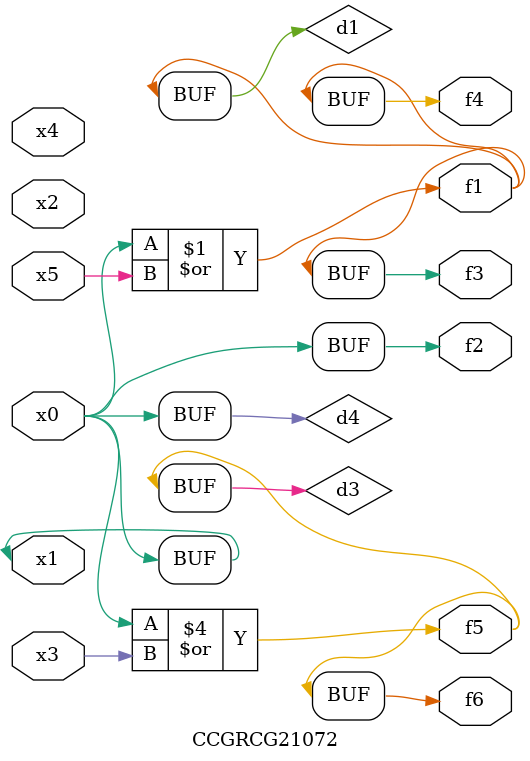
<source format=v>
module CCGRCG21072(
	input x0, x1, x2, x3, x4, x5,
	output f1, f2, f3, f4, f5, f6
);

	wire d1, d2, d3, d4;

	or (d1, x0, x5);
	xnor (d2, x1, x4);
	or (d3, x0, x3);
	buf (d4, x0, x1);
	assign f1 = d1;
	assign f2 = d4;
	assign f3 = d1;
	assign f4 = d1;
	assign f5 = d3;
	assign f6 = d3;
endmodule

</source>
